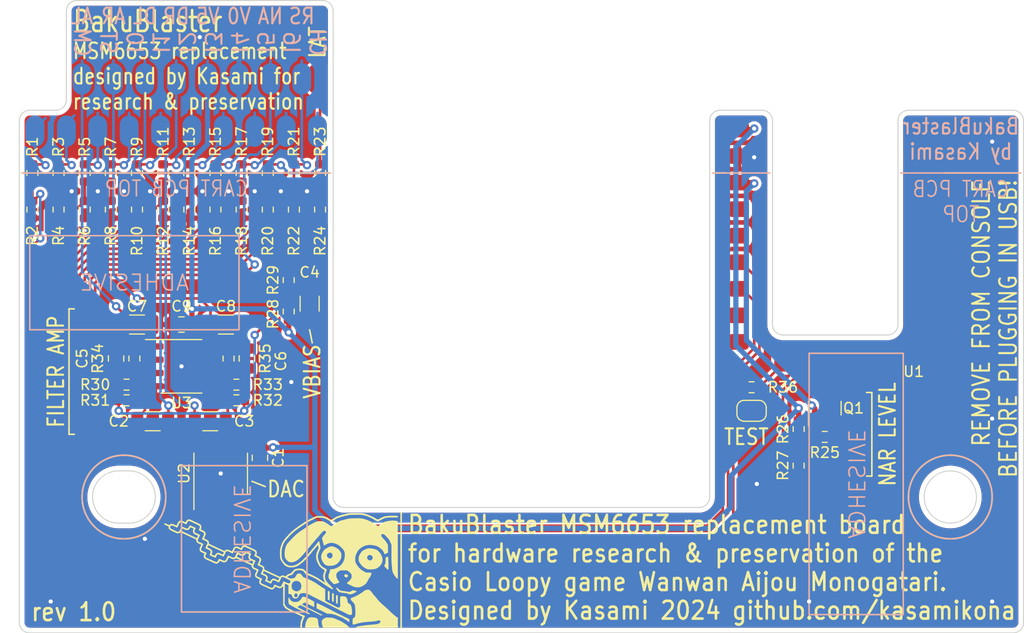
<source format=kicad_pcb>
(kicad_pcb (version 20221018) (generator pcbnew)
  (layers (0 "F.Cu" signal) (31 "B.Cu" signal) (34 "B.Paste" user) (35 "F.Paste" user) (36 "B.SilkS" user "B.Silkscreen") (37 "F.SilkS" user "F.Silkscreen") (38 "B.Mask" user) (39 "F.Mask" user) (44 "Edge.Cuts" user))
  (net 0 "")
  (net 1 "GND")
  (net 2 "+5V")
  (net 3 "Net-(U2-LCH)")
  (net 4 "Net-(U3A-+)")
  (net 5 "Net-(U2-RCH)")
  (net 6 "Net-(U3B-+)")
  (net 7 "Net-(C5-Pad1)")
  (net 8 "Net-(U3A--)")
  (net 9 "Net-(U3B--)")
  (net 10 "Net-(C6-Pad2)")
  (net 11 "Net-(C7-Pad2)")
  (net 12 "Net-(C8-Pad2)")
  (net 13 "+3V3")
  (net 14 "/NAR")
  (net 15 "/NAR3")
  (net 16 "/I0")
  (net 17 "/I1")
  (net 18 "Net-(R5-Pad1)")
  (net 19 "/I2")
  (net 20 "Net-(R7-Pad1)")
  (net 21 "/I3")
  (net 22 "Net-(R9-Pad1)")
  (net 23 "/I4")
  (net 24 "Net-(R11-Pad1)")
  (net 25 "/I5")
  (net 26 "Net-(R13-Pad1)")
  (net 27 "/I6")
  (net 28 "/CH")
  (net 29 "/ST")
  (net 30 "/CMD")
  (net 31 "/RST")
  (net 32 "Net-(R23-Pad1)")
  (net 33 "/ALAT")
  (net 35 "/DA_DIN")
  (net 36 "/DA_BCK")
  (net 37 "/DA_WS")
  (net 40 "Net-(R15-Pad1)")
  (net 41 "Net-(R17-Pad1)")
  (net 42 "/VBIAS")
  (net 43 "Net-(JP1-A)")
  (net 44 "/TEST")
  (footprint "Resistor_SMD:R_0603_1608Metric" (layer "F.Cu") (at 28.75 30.5 -90)
    (fp_text reference "R11")
    (fp_text value "1K")
  )
  (footprint "Resistor_SMD:R_0603_1608Metric" (layer "F.Cu") (at 26.25 34 -90)
    (fp_text reference "R10")
    (fp_text value "2K2")
  )
  (footprint "Resistor_SMD:R_0603_1608Metric" (layer "F.Cu") (at 31.25 34 -90)
    (fp_text reference "R14")
    (fp_text value "2K2")
  )
  (footprint "Resistor_SMD:R_0603_1608Metric" (layer "F.Cu") (at 40.75 40.75 90)
    (fp_text reference "R29")
    (fp_text value "1K")
  )
  (footprint "Resistor_SMD:R_0603_1608Metric" (layer "F.Cu") (at 25.25 52.25 180)
    (fp_text reference "R31")
    (fp_text value "22K")
  )
  (footprint "Resistor_SMD:R_0603_1608Metric" (layer "F.Cu") (at 33.75 30.5 -90)
    (fp_text reference "R15")
    (fp_text value "1K")
  )
  (footprint "Resistor_SMD:R_0603_1608Metric" (layer "F.Cu") (at 89.5 55 -90)
    (fp_text reference "R26")
    (fp_text value "2K2")
  )
  (footprint "Resistor_SMD:R_0603_1608Metric" (layer "F.Cu") (at 31.25 30.5 -90)
    (fp_text reference "R13")
    (fp_text value "1K")
  )
  (footprint "Resistor_SMD:R_0603_1608Metric" (layer "F.Cu") (at 33.75 34 -90)
    (fp_text reference "R16")
    (fp_text value "2K2")
  )
  (footprint "Capacitor_SMD:C_1206_3216Metric" (layer "F.Cu") (at 34.75 45 180)
    (fp_text reference "C8")
    (fp_text value "1u")
  )
  (footprint "Resistor_SMD:R_0603_1608Metric" (layer "F.Cu") (at 16.25 30.5 -90)
    (fp_text reference "R1")
    (fp_text value "1K")
  )
  (footprint "Package_TO_SOT_SMD:SOT-23" (layer "F.Cu") (at 92 53 90)
    (fp_text reference "Q1")
    (fp_text value "BSS138")
  )
  (footprint "Resistor_SMD:R_0603_1608Metric" (layer "F.Cu") (at 41.25 30.5 -90)
    (fp_text reference "R21")
    (fp_text value "1K")
  )
  (footprint "Resistor_SMD:R_0603_1608Metric" (layer "F.Cu") (at 38.75 34 -90)
    (fp_text reference "R20")
    (fp_text value "4K7")
  )
  (footprint "Resistor_SMD:R_0603_1608Metric" (layer "F.Cu") (at 92 55.75)
    (fp_text reference "R25")
    (fp_text value "2K2")
  )
  (footprint "Resistor_SMD:R_0603_1608Metric" (layer "F.Cu") (at 36.25 30.5 -90)
    (fp_text reference "R17")
    (fp_text value "1K")
  )
  (footprint "Resistor_SMD:R_0603_1608Metric" (layer "F.Cu") (at 38.75 30.5 -90)
    (fp_text reference "R19")
    (fp_text value "1K")
  )
  (footprint "Capacitor_SMD:C_1206_3216Metric" (layer "F.Cu") (at 33.25 54.25)
    (fp_text reference "C3")
    (fp_text value "1u")
  )
  (footprint "Resistor_SMD:R_0603_1608Metric" (layer "F.Cu") (at 23.75 34 -90)
    (fp_text reference "R8")
    (fp_text value "2K2")
  )
  (footprint "Resistor_SMD:R_0603_1608Metric" (layer "F.Cu") (at 41.25 34 -90)
    (fp_text reference "R22")
    (fp_text value "4K7")
  )
  (footprint "Capacitor_SMD:C_0805_2012Metric" (layer "F.Cu") (at 36.75 48.25 90)
    (fp_text reference "C6")
    (fp_text value "1n2")
  )
  (footprint "Resistor_SMD:R_0603_1608Metric" (layer "F.Cu") (at 28.75 34 -90)
    (fp_text reference "R12")
    (fp_text value "2K2")
  )
  (footprint "project-parts:Wanwan-Blaster-Logo" (layer "F.Cu") (at 40 68.5)
    (fp_text reference "G***" hide)
    (fp_text value "LOGO" hide)
  )
  (footprint "Resistor_SMD:R_0603_1608Metric" (layer "F.Cu") (at 43.75 34 -90)
    (fp_text reference "R24")
    (fp_text value "2K2")
  )
  (footprint "Resistor_SMD:R_0603_1608Metric" (layer "F.Cu") (at 35 48.25 90)
    (fp_text reference "R35")
    (fp_text value "22K")
  )
  (footprint "Capacitor_SMD:C_1206_3216Metric" (layer "F.Cu") (at 27.75 54.25 180)
    (fp_text reference "C2")
    (fp_text value "1u")
  )
  (footprint "Resistor_SMD:R_0603_1608Metric" (layer "F.Cu") (at 26 48.25 -90)
    (fp_text reference "R34")
    (fp_text value "22K")
  )
  (footprint "Package_SO:SO-8_3.9x4.9mm_P1.27mm" (layer "F.Cu") (at 30.5 49)
    (fp_text reference "U3")
    (fp_text value "TLV2372")
  )
  (footprint "Resistor_SMD:R_0603_1608Metric" (layer "F.Cu") (at 85 51 180)
    (fp_text reference "R36")
    (fp_text value "1K")
  )
  (footprint "Capacitor_SMD:C_0805_2012Metric" (layer "F.Cu") (at 30.5 45 180)
    (fp_text reference "C9")
    (fp_text value "100n")
  )
  (footprint "Capacitor_SMD:C_1206_3216Metric" (layer "F.Cu") (at 26.25 45 180)
    (fp_text reference "C7")
    (fp_text value "1u")
  )
  (footprint "Jumper:SolderJumper-2_P1.3mm_Open_RoundedPad1.0x1.5mm" (layer "F.Cu") (at 85 53.25)
    (fp_text reference "JP1" hide)
    (fp_text value "TEST")
  )
  (footprint "Resistor_SMD:R_0603_1608Metric" (layer "F.Cu") (at 16.25 34 -90)
    (fp_text reference "R2")
    (fp_text value "4K7")
  )
  (footprint "Capacitor_SMD:C_1206_3216Metric" (layer "F.Cu") (at 42.75 43 90)
    (fp_text reference "C4")
    (fp_text value "10u")
  )
  (footprint "Resistor_SMD:R_0603_1608Metric" (layer "F.Cu") (at 18.75 34 -90)
    (fp_text reference "R4")
    (fp_text value "4K7")
  )
  (footprint "Resistor_SMD:R_0603_1608Metric" (layer "F.Cu") (at 43.75 30.5 -90)
    (fp_text reference "R23")
    (fp_text value "1K")
  )
  (footprint "Resistor_SMD:R_0603_1608Metric" (layer "F.Cu") (at 36.25 34 -90)
    (fp_text reference "R18")
    (fp_text value "2K2")
  )
  (footprint "Resistor_SMD:R_0603_1608Metric" (layer "F.Cu") (at 40.75 43.75 90)
    (fp_text reference "R28")
    (fp_text value "1K")
  )
  (footprint "Resistor_SMD:R_0603_1608Metric" (layer "F.Cu") (at 18.75 30.5 -90)
    (fp_text reference "R3")
    (fp_text value "1K")
  )
  (footprint "Capacitor_SMD:C_0805_2012Metric" (layer "F.Cu") (at 24.25 48.25 -90)
    (fp_text reference "C5")
    (fp_text value "1n2")
  )
  (footprint "Package_SO:SO-8_3.9x4.9mm_P1.27mm" (layer "F.Cu") (at 34.25 59.25 90)
    (fp_text reference "U2")
    (fp_text value "PT8211")
  )
  (footprint "Resistor_SMD:R_0603_1608Metric" (layer "F.Cu") (at 89.5 58.5 90)
    (fp_text reference "R27")
    (fp_text value "1K")
  )
  (footprint "Capacitor_SMD:C_0805_2012Metric" (layer "F.Cu") (at 38 57.75 90)
    (fp_text reference "C1")
    (fp_text value "100n")
  )
  (footprint "Resistor_SMD:R_0603_1608Metric" (layer "F.Cu") (at 21.25 34 -90)
    (fp_text reference "R6")
    (fp_text value "2K2")
  )
  (footprint "Resistor_SMD:R_0603_1608Metric" (layer "F.Cu") (at 26.25 30.5 -90)
    (fp_text reference "R9")
    (fp_text value "1K")
  )
  (footprint "Resistor_SMD:R_0603_1608Metric" (layer "F.Cu") (at 23.75 30.5 -90)
    (fp_text reference "R7")
    (fp_text value "1K")
  )
  (footprint "project-parts:RP2040-Zero" (layer "F.Cu") (at 93 36.5)
    (fp_text reference "U1")
    (fp_text value "RP2040-Zero" hide)
  )
  (footprint "project-parts:Hookup-Pad-Small" (layer "F.Cu") (at 43.5 21.5 -90)
    (fp_text reference "TP19" hide)
    (fp_text value "ALAT")
  )
  (footprint "Resistor_SMD:R_0603_1608Metric" (layer "F.Cu") (at 35.75 52.25 180)
    (fp_text reference "R32")
    (fp_text value "22K")
  )
  (footprint "Resistor_SMD:R_0603_1608Metric" (layer "F.Cu") (at 25.25 50.75 180)
    (fp_text reference "R30")
    (fp_text value "22K")
  )
  (footprint "Resistor_SMD:R_0603_1608Metric" (layer "F.Cu") (at 35.75 50.75 180)
    (fp_text reference "R33")
    (fp_text value "22K")
  )
  (footprint "Resistor_SMD:R_0603_1608Metric" (layer "F.Cu") (at 21.25 30.5 -90)
    (fp_text reference "R5")
    (fp_text value "1K")
  )
  (footprint "project-parts:Hookup-Pad-Small" (layer "B.Cu") (at 19.5 26.5 90)
    (fp_text reference "TP2" hide)
    (fp_text value "ST")
  )
  (footprint "project-parts:Hookup-Pad-Small" (layer "B.Cu") (at 30 21.5 90)
    (fp_text reference "TP15" hide)
    (fp_text value "DACR")
  )
  (footprint "project-parts:Hookup-Pad-Small" (layer "B.Cu") (at 34.5 26.5 90)
    (fp_text reference "TP7" hide)
    (fp_text value "I4")
  )
  (footprint "project-parts:Hookup-Pad-Small" (layer "B.Cu") (at 28.5 26.5 90)
    (fp_text reference "TP5" hide)
    (fp_text value "I2")
  )
  (footprint "project-parts:Hookup-Pad-Small" (layer "B.Cu") (at 37.5 26.5 90)
    (fp_text reference "TP8" hide)
    (fp_text value "I5")
  )
  (footprint "project-parts:Hookup-Pad-Small" (layer "B.Cu") (at 27 21.5 90)
    (fp_text reference "TP16" hide)
    (fp_text value "DACL")
  )
  (footprint "project-parts:Hookup-Pad-Small" (layer "B.Cu") (at 36 21.5 90)
    (fp_text reference "TP13" hide)
    (fp_text value "GND")
  )
  (footprint "project-parts:Hookup-Pad-Small" (layer "B.Cu") (at 42 21.5 90)
    (fp_text reference "TP11" hide)
    (fp_text value "RST")
  )
  (footprint "project-parts:Hookup-Pad-Small" (layer "B.Cu") (at 16.5 26.5 90)
    (fp_text reference "TP1" hide)
    (fp_text value "CMD")
  )
  (footprint "project-parts:Hookup-Pad-Small" (layer "B.Cu") (at 33 21.5 90)
    (fp_text reference "TP14" hide)
    (fp_text value "VDD")
  )
  (footprint "project-parts:Hookup-Pad-Small" (layer "B.Cu") (at 31.5 26.5 90)
    (fp_text reference "TP6" hide)
    (fp_text value "I3")
  )
  (footprint "project-parts:Hookup-Pad-Small" (layer "B.Cu") (at 40.5 26.5 90)
    (fp_text reference "TP9" hide)
    (fp_text value "I6")
  )
  (footprint "project-parts:Hookup-Pad-Small" (layer "B.Cu") (at 24 21.5 90)
    (fp_text reference "TP17" hide)
    (fp_text value "AMPR")
  )
  (footprint "project-parts:Hookup-Pad-Small" (layer "B.Cu") (at 22.5 26.5 90)
    (fp_text reference "TP3" hide)
    (fp_text value "I0")
  )
  (footprint "project-parts:Hookup-Pad-Small" (layer "B.Cu") (at 43.5 26.5 90)
    (fp_text reference "TP10" hide)
    (fp_text value "CH")
  )
  (footprint "project-parts:Hookup-Pad-Small" (layer "B.Cu") (at 25.5 26.5 90)
    (fp_text reference "TP4" hide)
    (fp_text value "I1")
  )
  (footprint "project-parts:Hookup-Pad-Small" (layer "B.Cu") (at 39 21.5 90)
    (fp_text reference "TP12" hide)
    (fp_text value "NAR")
  )
  (footprint "project-parts:Hookup-Pad-Small" (layer "B.Cu") (at 21 21.5 90)
    (fp_text reference "TP18" hide)
    (fp_text value "AMPL")
  )
  (gr_rect (start 30.5 58.5) (end 42.5 72.5) (stroke (width 0.15)) (fill none) (layer "B.SilkS"))
  (gr_rect (start 90.5 47.75) (end 99.5 72.75) (stroke (width 0.15)) (fill none) (layer "B.SilkS"))
  (gr_circle (center 25 61.5) (end 21 61.5) (stroke (width 0.15)) (fill none) (layer "B.SilkS"))
  (gr_rect (start 16 36.5) (end 36 45.5) (stroke (width 0.15)) (fill none) (layer "B.SilkS"))
  (gr_line (start 81.25 30.5) (end 86.75 30.5) (stroke (width 0.15)) (layer "B.SilkS"))
  (gr_line (start 15.25 30.5) (end 44.75 30.5) (stroke (width 0.15)) (layer "B.SilkS"))
  (gr_circle (center 104 61.5) (end 100 61.5) (stroke (width 0.15)) (fill none) (layer "B.SilkS"))
  (gr_line (start 99.25 30.5) (end 110.75 30.5) (stroke (width 0.15)) (layer "B.SilkS"))
  (gr_line (start 81.25 30.5) (end 82.5 30.5) (stroke (width 0.15)) (layer "F.SilkS"))
  (gr_circle (center 104 61.5) (end 108 61.5) (stroke (width 0.15)) (fill none) (layer "F.SilkS"))
  (gr_line (start 41.7725 30.5) (end 44.75 30.5) (stroke (width 0.15)) (layer "F.SilkS"))
  (gr_line (start 37.25 60) (end 38.5 60.5) (stroke (width 0.15)) (layer "F.SilkS"))
  (gr_line (start 20.25 43.5) (end 19.75 43.5) (stroke (width 0.15)) (layer "F.SilkS"))
  (gr_line (start 15.25 30.5) (end 15.7275 30.5) (stroke (width 0.15)) (layer "F.SilkS"))
  (gr_line (start 42.75 45.5) (end 43 46.75) (stroke (width 0.15)) (layer "F.SilkS"))
  (gr_line (start 96.5 51.5) (end 96 51.5) (stroke (width 0.15)) (layer "F.SilkS"))
  (gr_line (start 19.2725 30.5) (end 38.2275 30.5) (stroke (width 0.15)) (layer "F.SilkS"))
  (gr_circle (center 25 61.5) (end 29 61.5) (stroke (width 0.15)) (fill none) (layer "F.SilkS"))
  (gr_line (start 103.5 30.5) (end 110.75 30.5) (stroke (width 0.15)) (layer "F.SilkS"))
  (gr_line (start 96.5 59.5) (end 96.5 51.5) (stroke (width 0.15)) (layer "F.SilkS"))
  (gr_line (start 39.2725 30.5) (end 40.7275 30.5) (stroke (width 0.15)) (layer "F.SilkS"))
  (gr_line (start 16.7725 30.5) (end 18.2275 30.5) (stroke (width 0.15)) (layer "F.SilkS"))
  (gr_line (start 19.75 55.5) (end 20.25 55.5) (stroke (width 0.15)) (layer "F.SilkS"))
  (gr_line (start 96 59.5) (end 96.5 59.5) (stroke (width 0.15)) (layer "F.SilkS"))
  (gr_line (start 19.75 43.5) (end 19.75 55.5) (stroke (width 0.15)) (layer "F.SilkS"))
  (gr_line (start 51.5 74) (end 51.5 63) (stroke (width 0.15)) (layer "F.SilkS"))
  (gr_line (start 46 62.5) (end 80 62.5) (stroke (width 0.1)) (layer "Edge.Cuts"))
  (gr_line (start 110 74.5) (end 16 74.5) (stroke (width 0.1)) (layer "Edge.Cuts"))
  (gr_line (start 81 61.5) (end 81 25.5) (stroke (width 0.1)) (layer "Edge.Cuts"))
  (gr_arc (start 19.5 15) (mid 19.792893 14.292893) (end 20.5 14) (stroke (width 0.1)) (layer "Edge.Cuts"))
  (gr_arc (start 110 24.5) (mid 110.707107 24.792893) (end 111 25.5) (stroke (width 0.1)) (layer "Edge.Cuts"))
  (gr_arc (start 99 25.5) (mid 99.292893 24.792893) (end 100 24.5) (stroke (width 0.1)) (layer "Edge.Cuts"))
  (gr_line (start 86 24.5) (end 82 24.5) (stroke (width 0.1)) (layer "Edge.Cuts"))
  (gr_line (start 99 25.5) (end 99 45) (stroke (width 0.1)) (layer "Edge.Cuts"))
  (gr_arc (start 88 46) (mid 87.292893 45.707107) (end 87 45) (stroke (width 0.1)) (layer "Edge.Cuts"))
  (gr_arc (start 24.5 64) (mid 22 61.5) (end 24.5 59) (stroke (width 0.1)) (layer "Edge.Cuts"))
  (gr_line (start 100 24.5) (end 110 24.5) (stroke (width 0.1)) (layer "Edge.Cuts"))
  (gr_arc (start 81 61.5) (mid 80.707107 62.207107) (end 80 62.5) (stroke (width 0.1)) (layer "Edge.Cuts"))
  (gr_line (start 19.5 23.5) (end 19.5 15) (stroke (width 0.1)) (layer "Edge.Cuts"))
  (gr_line (start 111 73.5) (end 111 25.5) (stroke (width 0.1)) (layer "Edge.Cuts"))
  (gr_line (start 24.5 59) (end 25.5 59) (stroke (width 0.1)) (layer "Edge.Cuts"))
  (gr_arc (start 16 74.5) (mid 15.292893 74.207107) (end 15 73.5) (stroke (width 0.1)) (layer "Edge.Cuts"))
  (gr_arc (start 44 14) (mid 44.707107 14.292893) (end 45 15) (stroke (width 0.1)) (layer "Edge.Cuts"))
  (gr_line (start 24.5 64) (end 25.5 64) (stroke (width 0.1)) (layer "Edge.Cuts"))
  (gr_arc (start 15 25.5) (mid 15.292893 24.792893) (end 16 24.5) (stroke (width 0.1)) (layer "Edge.Cuts"))
  (gr_arc (start 111 73.5) (mid 110.707107 74.207107) (end 110 74.5) (stroke (width 0.1)) (layer "Edge.Cuts"))
  (gr_arc (start 25.5 59) (mid 28 61.5) (end 25.5 64) (stroke (width 0.1)) (layer "Edge.Cuts"))
  (gr_arc (start 99 45) (mid 98.707107 45.707107) (end 98 46) (stroke (width 0.1)) (layer "Edge.Cuts"))
  (gr_arc (start 19.5 23.5) (mid 19.207107 24.207107) (end 18.5 24.5) (stroke (width 0.1)) (layer "Edge.Cuts"))
  (gr_line (start 98 46) (end 88 46) (stroke (width 0.1)) (layer "Edge.Cuts"))
  (gr_circle (center 104 61.5) (end 104 59) (stroke (width 0.1)) (fill none) (layer "Edge.Cuts"))
  (gr_line (start 15 73.5) (end 15 25.5) (stroke (width 0.1)) (layer "Edge.Cuts"))
  (gr_arc (start 46 62.5) (mid 45.292893 62.207107) (end 45 61.5) (stroke (width 0.1)) (layer "Edge.Cuts"))
  (gr_line (start 45 61.5) (end 45 15) (stroke (width 0.1)) (layer "Edge.Cuts"))
  (gr_line (start 20.5 14) (end 44 14) (stroke (width 0.1)) (layer "Edge.Cuts"))
  (gr_line (start 16 24.5) (end 18.5 24.5) (stroke (width 0.1)) (layer "Edge.Cuts"))
  (gr_arc (start 81 25.5) (mid 81.292893 24.792893) (end 82 24.5) (stroke (width 0.1)) (layer "Edge.Cuts"))
  (gr_line (start 87 25.5) (end 87 45) (stroke (width 0.1)) (layer "Edge.Cuts"))
  (gr_arc (start 86 24.5) (mid 86.707107 24.792893) (end 87 25.5) (stroke (width 0.1)) (layer "Edge.Cuts"))
  (gr_text "CM" (at 21 18 -90) (layer "B.SilkS") (effects (font (size 1.5 1.25) (thickness 0.2)) (justify mirror)))
  (gr_text "ADHESIVE" (at 26 41) (layer "B.SilkS") (effects (font (size 1.5 1.5)) (justify mirror)))
  (gr_text "DR" (at 30 15.5) (layer "B.SilkS") (effects (font (size 1.5 1.25) (thickness 0.2)) (justify mirror)))
  (gr_text "ST" (at 23.5 18 -90) (layer "B.SilkS") (effects (font (size 1.5 1.25) (thickness 0.2)) (justify mirror)))
  (gr_text "I2" (at 31 18 -90) (layer "B.SilkS") (effects (font (size 1.5 1.5) (thickness 0.2)) (justify mirror)))
  (gr_text "I1" (at 28.5 18 -90) (layer "B.SilkS") (effects (font (size 1.5 1.5) (thickness 0.2)) (justify mirror)))
  (gr_text "AR" (at 24 15.5) (layer "B.SilkS") (effects (font (size 1.5 1.25) (thickness 0.2)) (justify mirror)))
  (gr_text "V5" (at 33 15.5) (layer "B.SilkS") (effects (font (size 1.5 1.25) (thickness 0.2)) (justify mirror)))
  (gr_text "BakuBlaster\nby Kasami" (at 105 27.25) (layer "B.SilkS") (effects (font (size 1.5 1.25) (thickness 0.2)) (justify mirror)))
  (gr_text "I3" (at 33.5 18 -90) (layer "B.SilkS") (effects (font (size 1.5 1.5) (thickness 0.2)) (justify mirror)))
  (gr_text "ADHESIVE" (at 36.25 65.5 270) (layer "B.SilkS") (effects (font (size 1.5 1.5)) (justify mirror)))
  (gr_text "AL" (at 21 15.5) (layer "B.SilkS") (effects (font (size 1.5 1.25) (thickness 0.2)) (justify mirror)))
  (gr_text "I0" (at 26 18 -90) (layer "B.SilkS") (effects (font (size 1.5 1.5) (thickness 0.2)) (justify mirror)))
  (gr_text "V0" (at 36 15.5) (layer "B.SilkS") (effects (font (size 1.5 1.25) (thickness 0.2)) (justify mirror)))
  (gr_text "CART PCB TOP" (at 30 32) (layer "B.SilkS") (effects (font (size 1.5 1.25)) (justify mirror)))
  (gr_text "ADHESIVE" (at 95 60.25 270) (layer "B.SilkS") (effects (font (size 1.5 1.5)) (justify mirror)))
  (gr_text "NA" (at 39 15.5) (layer "B.SilkS") (effects (font (size 1.5 1.25) (thickness 0.2)) (justify mirror)))
  (gr_text "DL" (at 27 15.5) (layer "B.SilkS") (effects (font (size 1.5 1.25) (thickness 0.2)) (justify mirror)))
  (gr_text "I4" (at 36 18 -90) (layer "B.SilkS") (effects (font (size 1.5 1.5) (thickness 0.2)) (justify mirror)))
  (gr_text "CART PCB\nTOP" (at 105 33.25) (layer "B.SilkS") (effects (font (size 1.5 1.25)) (justify mirror)))
  (gr_text "RS" (at 42 15.5) (layer "B.SilkS") (effects (font (size 1.5 1.25) (thickness 0.2)) (justify mirror)))
  (gr_text "CH" (at 43.5 18 -90) (layer "B.SilkS") (effects (font (size 1.5 1.25) (thickness 0.2)) (justify mirror)))
  (gr_text "I5" (at 38.5 18 -90) (layer "B.SilkS") (effects (font (size 1.5 1.5) (thickness 0.2)) (justify mirror)))
  (gr_text "I6" (at 41 18 -90) (layer "B.SilkS") (effects (font (size 1.5 1.5) (thickness 0.2)) (justify mirror)))
  (gr_text "REMOVE FROM CONSOLE\nBEFORE PLUGGING IN USB!" (at 108.25 31 90) (layer "F.SilkS") (effects (font (size 1.6 1.4) (thickness 0.2)) (justify right)))
  (gr_text "LAT" (at 43.5 18 90) (layer "F.SilkS") (effects (font (size 1.5 1.25) (thickness 0.2))))
  (gr_text "NAR LEVEL" (at 98 55.5 90) (layer "F.SilkS") (effects (font (size 1.5 1.25) (thickness 0.2))))
  (gr_text "BakuBlaster" (at 20 16) (layer "F.SilkS") (effects (font (size 2 1.6) (thickness 0.25)) (justify left)))
  (gr_text "TEST" (at 84.5 55.75) (layer "F.SilkS") (effects (font (size 1.5 1.25) (thickness 0.2))))
  (gr_text "MSM6653 replacement\ndesigned by Kasami for\nresearch & preservation" (at 20 21.25) (layer "F.SilkS") (effects (font (size 1.5 1.2) (thickness 0.2) bold) (justify left)))
  (gr_text "BakuBlaster MSM6653 replacement board\nfor hardware research & preservation of the\nCasio Loopy game Wanwan Aijou Monogatari.\nDesigned by Kasami 2024 github.com/kasamikona" (at 52 68.25) (layer "F.SilkS") (effects (font (size 1.7 1.5) (thickness 0.25)) (justify left)))
  (gr_text "VBIAS" (at 43 49.5 90) (layer "F.SilkS") (effects (font (size 1.5 1.25) (thickness 0.2))))
  (gr_text "rev 1.0" (at 16 72.5) (layer "F.SilkS") (effects (font (size 1.7 1.5) (thickness 0.25)) (justify left)))
  (gr_text "FILTER AMP" (at 18.5 49.5 90) (layer "F.SilkS") (effects (font (size 1.5 1.25) (thickness 0.2))))
  (gr_text "DAC" (at 40.5 60.75) (layer "F.SilkS") (effects (font (size 1.5 1.25) (thickness 0.2))))
  (via (at 41 50.5) (size 0.8) (drill 0.4) (layers "F.Cu" "B.Cu") (net 1))
  (via (at 42.5 32.25) (size 0.8) (drill 0.4) (layers "F.Cu" "B.Cu") (net 1))
  (via (at 40 32.25) (size 0.8) (drill 0.4) (layers "F.Cu" "B.Cu") (net 1))
  (via (at 34.25 59.25) (size 0.8) (drill 0.4) (layers "F.Cu" "B.Cu") (net 1))
  (via (at 25 32.25) (size 0.8) (drill 0.4) (layers "F.Cu" "B.Cu") (net 1))
  (via (at 22.5 32.25) (size 0.8) (drill 0.4) (layers "F.Cu" "B.Cu") (net 1))
  (via (at 85.5 60.25) (size 0.8) (drill 0.4) (layers "F.Cu" "B.Cu") (net 1))
  (via (at 18 71.5) (size 0.8) (drill 0.4) (layers "F.Cu" "B.Cu") (net 1))
  (via (at 27.5 32.25) (size 0.8) (drill 0.4) (layers "F.Cu" "B.Cu") (net 1))
  (via (at 108 54) (size 0.8) (drill 0.4) (layers "F.Cu" "B.Cu") (net 1))
  (via (at 85.25 29) (size 0.8) (drill 0.4) (layers "F.Cu" "B.Cu") (net 1))
  (via (at 32.25 17.5) (size 0.8) (drill 0.4) (layers "F.Cu" "B.Cu") (net 1))
  (via (at 30.5 49) (size 0.8) (drill 0.4) (layers "F.Cu" "B.Cu") (net 1))
  (via (at 32.5 32.25) (size 0.8) (drill 0.4) (layers "F.Cu" "B.Cu") (net 1))
  (via (at 20 32.25) (size 0.8) (drill 0.4) (layers "F.Cu" "B.Cu") (net 1))
  (via (at 27 65.5) (size 0.8) (drill 0.4) (layers "F.Cu" "B.Cu") (net 1))
  (via (at 30 32.25) (size 0.8) (drill 0.4) (layers "F.Cu" "B.Cu") (net 1))
  (via (at 37.5 32.25) (size 0.8) (drill 0.4) (layers "F.Cu" "B.Cu") (net 1))
  (via (at 90.5 71.5) (size 0.8) (drill 0.4) (layers "F.Cu" "B.Cu") (net 1))
  (via (at 108 27.5) (size 0.8) (drill 0.4) (layers "F.Cu" "B.Cu") (net 1))
  (via (at 35 32.25) (size 0.8) (drill 0.4) (layers "F.Cu" "B.Cu") (net 1))
  (via (at 108 71.5) (size 0.8) (drill 0.4) (layers "F.Cu" "B.Cu") (net 1))
  (segment (start 32.095 47.095) (end 31.45 46.45) (width 0.5) (layer "F.Cu") (net 2))
  (segment (start 33.075 47.095) (end 32.095 47.095) (width 0.5) (layer "F.Cu") (net 2))
  (segment (start 84 26.34) (end 85.16 26.34) (width 0.5) (layer "F.Cu") (net 2))
  (segment (start 38 56.8) (end 39.2 56.8) (width 0.5) (layer "F.Cu") (net 2))
  (segment (start 36.28 56.8) (end 36.155 56.675) (width 0.5) (layer "F.Cu") (net 2))
  (segment (start 39.2 56.8) (end 39.25 56.75) (width 0.5) (layer "F.Cu") (net 2))
  (segment (start 31.5 43.5) (end 31.5 44.95) (width 0.5) (layer "F.Cu") (net 2))
  (segment (start 85.16 26.34) (end 85.25 26.25) (width 0.5) (layer "F.Cu") (net 2))
  (segment (start 31.5 44.95) (end 31.45 45) (width 0.5) (layer "F.Cu") (net 2))
  (segment (start 38 56.8) (end 36.28 56.8) (width 0.5) (layer "F.Cu") (net 2))
  (segment (start 89.5 54.175) (end 89.5 53) (width 0.5) (layer "F.Cu") (net 2))
  (segment (start 31.45 46.45) (end 31.45 45) (width 0.5) (layer "F.Cu") (net 2))
  (segment (start 40.75 44.575) (end 40.75 45.75) (width 0.5) (layer "F.Cu") (net 2))
  (via (at 31.5 43.5) (size 0.8) (drill 0.4) (layers "F.Cu" "B.Cu") (net 2))
  (via (at 40.75 45.75) (size 0.8) (drill 0.4) (layers "F.Cu" "B.Cu") (net 2))
  (via (at 39.25 56.75) (size 0.8) (drill 0.4) (layers "F.Cu" "B.Cu") (net 2))
  (via (at 85.25 26.25) (size 0.8) (drill 0.4) (layers "F.Cu" "B.Cu") (net 2))
  (via (at 89.5 53) (size 0.8) (drill 0.4) (layers "F.Cu" "B.Cu") (net 2))
  (segment (start 45 64.5) (end 43.25 62.75) (width 0.5) (layer "B.Cu") (net 2))
  (segment (start 83 59.5) (end 83 62.5) (width 0.5) (layer "B.Cu") (net 2))
  (segment (start 40.75 45.75) (end 38.5 43.5) (width 0.5) (layer "B.Cu") (net 2))
  (segment (start 83.5 47) (end 83.5 28) (width 0.5) (layer "B.Cu") (net 2))
  (segment (start 40.75 45.75) (end 43.25 48.25) (width 0.5) (layer "B.Cu") (net 2))
  (segment (start 43.25 62.75) (end 43.25 56.75) (width 0.5) (layer "B.Cu") (net 2))
  (segment (start 89.5 53) (end 83.5 47) (width 0.5) (layer "B.Cu") (net 2))
  (segment (start 33 27.75) (end 31.5 29.25) (width 0.5) (layer "B.Cu") (net 2))
  (segment (start 81 64.5) (end 45 64.5) (width 0.5) (layer "B.Cu") (net 2))
  (segment (start 43.25 48.25) (end 43.25 56.75) (width 0.5) (layer "B.Cu") (net 2))
  (segment (start 33 21.5) (end 33 19.75) (width 0.25) (layer "B.Cu") (net 2))
  (segment (start 39.25 56.75) (end 43.25 56.75) (width 0.5) (layer "B.Cu") (net 2))
  (segment (start 38.5 43.5) (end 31.5 43.5) (width 0.5) (layer "B.Cu") (net 2))
  (segment (start 83.5 28) (end 85.25 26.25) (width 0.5) (layer "B.Cu") (net 2))
  (segment (start 33 21.5) (end 33 27.75) (width 0.5) (layer "B.Cu") (net 2))
  (segment (start 31.5 29.25) (end 31.5 43.5) (width 0.5) (layer "B.Cu") (net 2))
  (segment (start 83 62.5) (end 81 64.5) (width 0.5) (layer "B.Cu") (net 2))
  (segment (start 89.5 53) (end 83 59.5) (width 0.5) (layer "B.Cu") (net 2))
  (segment (start 34.885 57.615) (end 34.5 58) (width 0.25) (layer "F.Cu") (net 3))
  (segment (start 31.75 58) (end 29.225 55.475) (width 0.25) (layer "F.Cu") (net 3))
  (segment (start 34.885 56.675) (end 34.885 57.615) (width 0.25) (layer "F.Cu") (net 3))
  (segment (start 29.25 54.225) (end 29.225 54.25) (width 0.25) (layer "F.Cu") (net 3))
  (segment (start 29.225 55.475) (end 29.225 54.25) (width 0.25) (layer "F.Cu") (net 3))
  (segment (start 34.5 58) (end 31.75 58) (width 0.25) (layer "F.Cu") (net 3))
  (segment (start 29.25 52.75) (end 29.25 54.225) (width 0.25) (layer "F.Cu") (net 3))
  (via (at 29.25 52.75) (size 0.8) (drill 0.4) (layers "F.Cu" "B.Cu") (net 3))
  (segment (start 27 29) (end 26.5 29.5) (width 0.25) (layer "B.Cu") (net 3))
  (segment (start 26.5 29.5) (end 26.5 30) (width 0.25) (layer "B.Cu") (net 3))
  (segment (start 27 21.5) (end 27 29) (width 0.25) (layer "B.Cu") (net 3))
  (segment (start 28.5 32) (end 28.5 52) (width 0.25) (layer "B.Cu") (net 3))
  (segment (start 26.5 30) (end 28.5 32) (width 0.25) (layer "B.Cu") (net 3))
  (segment (start 27 21.5) (end 27 19.75) (width 0.25) (layer "B.Cu") (net 3))
  (segment (start 28.5 52) (end 29.25 52.75) (width 0.25) (layer "B.Cu") (net 3))
  (segment (start 26.275 54.25) (end 26.275 53.975) (width 0.25) (layer "F.Cu") (net 4))
  (segment (start 26.275 53.975) (end 27 53.25) (width 0.25) (layer "F.Cu") (net 4))
  (segment (start 26.075 50.75) (end 27.19 49.635) (width 0.25) (layer "F.Cu") (net 4))
  (segment (start 27 53.25) (end 27 53) (width 0.25) (layer "F.Cu") (net 4))
  (segment (start 27 53) (end 27 51.675) (width 0.25) (layer "F.Cu") (net 4))
  (segment (start 27 51.675) (end 26.075 50.75) (width 0.25) (layer "F.Cu") (net 4))
  (segment (start 27.19 49.635) (end 27.925 49.635) (width 0.25) (layer "F.Cu") (net 4))
  (segment (start 31.775 54.25) (end 32.345 54.82) (width 0.25) (layer "F.Cu") (net 5))
  (segment (start 31.75 54.225) (end 31.775 54.25) (width 0.25) (layer "F.Cu") (net 5))
  (segment (start 31.75 52.75) (end 31.75 54.225) (width 0.25) (layer "F.Cu") (net 5))
  (segment (start 32.345 54.82) (end 32.345 56.675) (width 0.25) (layer "F.Cu") (net 5))
  (via (at 31.75 52.75) (size 0.8) (drill 0.4) (layers "F.Cu" "B.Cu") (net 5))
  (segment (start 30 28) (end 29 29) (width 0.25) (layer "B.Cu") (net 5))
  (segment (start 29 51.25) (end 30.5 52.75) (width 0.25) (layer "B.Cu") (net 5))
  (segment (start 30 21.5) (end 30 19.75) (width 0.25) (layer "B.Cu") (net 5))
  (segment (start 30.5 52.75) (end 31.75 52.75) (width 0.25) (layer "B.Cu") (net 5))
  (segment (start 29 29) (end 29 51.25) (width 0.25) (layer "B.Cu") (net 5))
  (segment (start 30 21.5) (end 30 28) (width 0.25) (layer "B.Cu") (net 5))
  (segment (start 34.925 52.25) (end 34.925 54.05) (width 0.25) (layer "F.Cu") (net 6))
  (segment (start 33.075 50.905) (end 33.58 50.905) (width 0.25) (layer "F.Cu") (net 6))
  (segment (start 33.58 50.905) (end 34.925 52.25) (width 0.25) (layer "F.Cu") (net 6))
  (segment (start 34.925 54.05) (end 34.725 54.25) (width 0.25) (layer "F.Cu") (net 6))
  (segment (start 24.375 47.425) (end 24.25 47.3) (width 0.25) (layer "F.Cu") (net 7))
  (segment (start 26.75 47) (end 26.75 45.25) (width 0.25) (layer "F.Cu") (net 7))
  (segment (start 26 47.425) (end 24.375 47.425) (width 0.25) (layer "F.Cu") (net 7))
  (segment (start 26.75 45.25) (end 27 45) (width 0.25) (layer "F.Cu") (net 7))
  (segment (start 27.725 45) (end 27 45) (width 0.25) (layer "F.Cu") (net 7))
  (segment (start 26.75 47) (end 26.425 47) (width 0.25) (layer "F.Cu") (net 7))
  (segment (start 26.845 47.095) (end 26.75 47) (width 0.25) (layer "F.Cu") (net 7))
  (segment (start 26.425 47) (end 26 47.425) (width 0.25) (layer "F.Cu") (net 7))
  (segment (start 27.925 47.095) (end 26.845 47.095) (width 0.25) (layer "F.Cu") (net 7))
  (segment (start 26 49.075) (end 24.375 49.075) (width 0.25) (layer "F.Cu") (net 8))
  (segment (start 25.25 51.425) (end 25.25 49.825) (width 0.25) (layer "F.Cu") (net 8))
  (segment (start 27.925 48.365) (end 26.71 48.365) (width 0.25) (layer "F.Cu") (net 8))
  (segment (start 25.25 49.825) (end 26 49.075) (width 0.25) (layer "F.Cu") (net 8))
  (segment (start 26.075 52.25) (end 25.25 51.425) (width 0.25) (layer "F.Cu") (net 8))
  (segment (start 26.71 48.365) (end 26 49.075) (width 0.25) (layer "F.Cu") (net 8))
  (segment (start 24.375 49.075) (end 24.25 49.2) (width 0.25) (layer "F.Cu") (net 8))
  (segment (start 36.625 49.075) (end 36.75 49.2) (width 0.25) (layer "F.Cu") (net 9))
  (segment (start 34.44 49.635) (end 35 49.075) (width 0.25) (layer "F.Cu") (net 9))
  (segment (start 35 49.075) (end 36.625 49.075) (width 0.25) (layer "F.Cu") (net 9))
  (segment (start 33.075 49.635) (end 34.44 49.635) (width 0.25) (layer "F.Cu") (net 9))
  (segment (start 34.925 50.12) (end 34.44 49.635) (width 0.25) (layer "F.Cu") (net 9))
  (segment (start 34.925 50.75) (end 34.925 50.12) (width 0.25) (layer "F.Cu") (net 9))
  (segment (start 36.225 45) (end 36.225 46.775) (width 0.25) (layer "F.Cu") (net 10))
  (segment (start 34.06 48.365) (end 35 47.425) (width 0.25) (layer "F.Cu") (net 10))
  (segment (start 36.225 46.775) (end 36.75 47.3) (width 0.25) (layer "F.Cu") (net 10))
  (segment (start 35 47.425) (end 36.625 47.425) (width 0.25) (layer "F.Cu") (net 10))
  (segment (start 33.075 48.365) (end 34.06 48.365) (width 0.25) (layer "F.Cu") (net 10))
  (segment (start 36.625 47.425) (end 36.75 47.3) (width 0.25) (layer "F.Cu") (net 10))
  (segment (start 24.775 45) (end 24.775 43.775) (width 0.25) (layer "F.Cu") (net 11))
  (segment (start 24.775 43.775) (end 24.25 43.25) (width 0.25) (layer "F.Cu") (net 11))
  (via (at 24.25 43.25) (size 0.8) (drill 0.4) (layers "F.Cu" "B.Cu") (net 11))
  (segment (start 24.25 43.25) (end 21 40) (width 0.25) (layer "B.Cu") (net 11))
  (segment (start 21 21.5) (end 21 19.75) (width 0.25) (layer "B.Cu") (net 11))
  (segment (start 21 40) (end 21 21.5) (width 0.25) (layer "B.Cu") (net 11))
  (segment (start 26.25 42.5) (end 32.25 42.5) (width 0.25) (layer "F.Cu") (net 12))
  (segment (start 32.25 42.5) (end 33.275 43.525) (width 0.25) (layer "F.Cu") (net 12))
  (segment (start 33.275 43.525) (end 33.275 45) (width 0.25) (layer "F.Cu") (net 12))
  (via (at 26.25 42.5) (size 0.8) (drill 0.4) (layers "F.Cu" "B.Cu") (net 12))
  (segment (start 24 21.5) (end 24 40.25) (width 0.25) (layer "B.Cu") (net 12))
  (segment (start 24 21.5) (end 24 19.75) (width 0.25) (layer "B.Cu") (net 12))
  (segment (start 24 40.25) (end 26.25 42.5) (width 0.25) (layer "B.Cu") (net 12))
  (segment (start 91.05 53.9375) (end 91.05 55.625) (width 0.5) (layer "F.Cu") (net 13))
  (segment (start 91.05 55.625) (end 91.175 55.75) (width 0.5) (layer "F.Cu") (net 13))
  (segment (start 91.05 53.05) (end 90.75 52.75) (width 0.5) (layer "F.Cu") (net 13))
  (segment (start 85.17 31.42) (end 85.25 31.5) (width 0.5) (layer "F.Cu") (net 13))
  (segment (start 91.05 53.9375) (end 91.05 53.05) (width 0.5) (layer "F.Cu") (net 13))
  (segment (start 84 31.42) (end 85.17 31.42) (width 0.5) (layer "F.Cu") (net 13))
  (via (at 90.75 52.75) (size 0.8) (drill 0.4) (layers "F.Cu" "B.Cu") (net 13))
  (via (at 85.25 31.5) (size 0.8) (drill 0.4) (layers "F.Cu" "B.Cu") (net 13))
  (segment (start 90.75 52.75) (end 84.5 46.5) (width 0.5) (layer "B.Cu") (net 13))
  (segment (start 84.5 46.5) (end 84.5 32.25) (width 0.5) (layer "B.Cu") (net 13))
  (segment (start 84.5 32.25) (end 85.25 31.5) (width 0.5) (layer "B.Cu") (net 13))
  (segment (start 88.5 61) (end 88.5 58.675) (width 0.25) (layer "F.Cu") (net 14))
  (segment (start 21.75 40.75) (end 21.75 55) (width 0.25) (layer "F.Cu") (net 14))
  (segment (start 92 56.283883) (end 90.608883 57.675) (width 0.25) (layer "F.Cu") (net 14))
  (segment (start 37.5 39.25) (end 37 39.75) (width 0.25) (layer "F.Cu") (net 14))
  (segment (start 88.5 58.675) (end 89.5 57.675) (width 0.25) (layer "F.Cu") (net 14))
  (segment (start 92 52.0625) (end 92 56.283883) (width 0.25) (layer "F.Cu") (net 14))
  (segment (start 29.75 59.5) (end 29.75 65.75) (width 0.25) (layer "F.Cu") (net 14))
  (segment (start 29.75 65.75) (end 31.25 67.25) (width 0.25) (layer "F.Cu") (net 14))
  (segment (start 31.25 67.25) (end 82.25 67.25) (width 0.25) (layer "F.Cu") (net 14))
  (segment (start 82.25 67.25) (end 88.5 61) (width 0.25) (layer "F.Cu") (net 14))
  (segment (start 89.5 55.825) (end 89.5 57.675) (width 0.25) (layer "F.Cu") (net 14))
  (segment (start 90.608883 57.675) (end 89.5 57.675) (width 0.25) (layer "F.Cu") (net 14))
  (segment (start 37 39.75) (end 22.75 39.75) (width 0.25) (layer "F.Cu") (net 14))
  (segment (start 21.75 55) (end 23.5 56.75) (width 0.25) (layer "F.Cu") (net 14))
  (segment (start 27 56.75) (end 29.75 59.5) (width 0.25) (layer "F.Cu") (net 14))
  (segment (start 23.5 56.75) (end 27 56.75) (width 0.25) (layer "F.Cu") (net 14))
  (segment (start 22.75 39.75) (end 21.75 40.75) (width 0.25) (layer "F.Cu") (net 14))
  (via (at 37.5 39.25) (size 0.8) (drill 0.4) (layers "F.Cu" "B.Cu") (net 14))
  (segment (start 39 21.5) (end 39 19.75) (width 0.25) (layer "B.Cu") (net 14))
  (segment (start 37.75 28.75) (end 37 28.75) (width 0.25) (layer "B.Cu") (net 14))
  (segment (start 37 28.75) (end 36.5 29.25) (width 0.25) (layer "B.Cu") (net 14))
  (segment (start 39 21.5) (end 39 27.5) (width 0.25) (layer "B.Cu") (net 14))
  (segment (start 36.5 29.25) (end 36.5 38.25) (width 0.25) (layer "B.Cu") (net 14))
  (segment (start 39 27.5) (end 37.75 28.75) (width 0.25) (layer "B.Cu") (net 14))
  (segment (start 36.5 38.25) (end 37.5 39.25) (width 0.25) (layer "B.Cu") (net 14))
  (segment (start 92.825 56.675) (end 90.175 59.325) (width 0.25) (layer "F.Cu") (net 15))
  (segment (start 92.95 53.9375) (end 92.95 53.55) (width 0.25) (layer "F.Cu") (net 15))
  (segment (start 92.95 53.9375) (end 92.95 55.625) (width 0.25) (layer "F.Cu") (net 15))
  (segment (start 93 48.25) (end 93 53.8875) (width 0.25) (layer "F.Cu") (net 15))
  (segment (start 92.825 55.75) (end 92.825 56.675) (width 0.25) (layer "F.Cu") (net 15))
  (segment (start 90.175 59.325) (end 89.5 59.325) (width 0.25) (layer "F.Cu") (net 15))
  (segment (start 92.95 55.625) (end 92.825 55.75) (width 0.25) (layer "F.Cu") (net 15))
  (segment (start 93 53.8875) (end 92.95 53.9375) (width 0.25) (layer "F.Cu") (net 15))
  (segment (start 24 71.75) (end 17.25 65) (width 0.25) (layer "F.Cu") (net 16))
  (segment (start 84.5 71.75) (end 24 71.75) (width 0.25) (layer "F.Cu") (net 16))
  (segment (start 21.25 33.175) (end 21.25 31.325) (width 0.25) (layer "F.Cu") (net 16))
  (segment (start 103.92 31.42) (end 106.25 33.75) (width 0.25) (layer "F.Cu") (net 16))
  (segment (start 106.25 50) (end 84.5 71.75) (width 0.25) (layer "F.Cu") (net 16))
  (segment (start 20.25 34.175) (end 21.25 33.175) (width 0.25) (layer "F.Cu") (net 16))
  (segment (start 17.25 38.5) (end 20.25 35.5) (width 0.25) (layer "F.Cu") (net 16))
  (segment (start 106.25 33.75) (end 106.25 50) (width 0.25) (layer "F.Cu") (net 16))
  (segment (start 20.25 35.5) (end 20.25 34.175) (width 0.25) (layer "F.Cu") (net 16))
  (segment (start 17.25 65) (end 17.25 38.5) (width 0.25) (layer "F.Cu") (net 16))
  (segment (start 102 31.42) (end 103.92 31.42) (width 0.25) (layer "F.Cu") (net 16))
  (segment (start 24.25 71.25) (end 84.25 71.25) (width 0.25) (layer "F.Cu") (net 17))
  (segment (start 22.75 35.25) (end 22.25 35.75) (width 0.25) (layer "F.Cu") (net 17))
  (segment (start 22.25 35.75) (end 20.75 35.75) (width 0.25) (layer "F.Cu") (net 17))
  (segment (start 20.75 35.75) (end 17.75 38.75) (width 0.25) (layer "F.Cu") (net 17))
  (segment (start 105.75 49.75) (end 105.75 35.75) (width 0.25) (layer "F.Cu") (net 17))
  (segment (start 23.75 31.325) (end 23.75 33.175) (width 0.25) (layer "F.Cu") (net 17))
  (segment (start 103.96 33.96) (end 102 33.96) (width 0.25) (layer "F.Cu") (net 17))
  (segment (start 23.75 33.175) (end 22.75 34.175) (width 0.25) (layer "F.Cu") (net 17))
  (segment (start 22.75 34.175) (end 22.75 35.25) (width 0.25) (layer "F.Cu") (net 17))
  (segment (start 84.25 71.25) (end 105.75 49.75) (width 0.25) (layer "F.Cu") (net 17))
  (segment (start 105.75 35.75) (end 103.96 33.96) (width 0.25) (layer "F.Cu") (net 17))
  (segment (start 17.75 38.75) (end 17.75 64.75) (width 0.25) (layer "F.Cu") (net 17))
  (segment (start 17.75 64.75) (end 24.25 71.25) (width 0.25) (layer "F.Cu") (net 17))
  (segment (start 21.25 29.675) (end 22.425 29.675) (width 0.25) (layer "F.Cu") (net 18))
  (segment (start 22.425 29.675) (end 22.5 29.75) (width 0.25) (layer "F.Cu") (net 18))
  (via (at 22.5 29.75) (size 0.8) (drill 0.4) (layers "F.Cu" "B.Cu") (net 18))
  (segment (start 22.5 26.5) (end 22.5 24.75) (width 0.25) (layer "B.Cu") (net 18))
  (segment (start 22.5 29.75) (end 22.5 26.5) (width 0.25) (layer "B.Cu") (net 18))
  (segment (start 104 36.5) (end 102 36.5) (width 0.25) (layer "F.Cu") (net 19))
  (segment (start 105.25 49.5) (end 105.25 37.75) (width 0.25) (layer "F.Cu") (net 19))
  (segment (start 25.25 35.25) (end 24.25 36.25) (width 0.25) (layer "F.Cu") (net 19))
  (segment (start 26.25 33.175) (end 26.25 31.325) (width 0.25) (layer "F.Cu") (net 19))
  (segment (start 26.25 33.175) (end 25.25 34.175) (width 0.25) (layer "F.Cu") (net 19))
  (segment (start 18.25 39) (end 18.25 64.5) (width 0.25) (layer "F.Cu") (net 19))
  (segment (start 84 70.75) (end 105.25 49.5) (width 0.25) (layer "F.Cu") (net 19))
  (segment (start 24.5 70.75) (end 84 70.75) (width 0.25) (layer "F.Cu") (net 19))
  (segment (start 18.25 64.5) (end 24.5 70.75) (width 0.25) (layer "F.Cu") (net 19))
  (segment (start 21 36.25) (end 18.25 39) (width 0.25) (layer "F.Cu") (net 19))
  (segment (start 105.25 37.75) (end 104 36.5) (width 0.25) (layer "F.Cu") (net 19))
  (segment (start 24.25 36.25) (end 21 36.25) (width 0.25) (layer "F.Cu") (net 19))
  (segment (start 25.25 34.175) (end 25.25 35.25) (width 0.25) (layer "F.Cu") (net 19))
  (segment (start 23.75 29.675) (end 24.925 29.675) (width 0.25) (layer "F.Cu") (net 20))
  (segment (start 24.925 29.675) (end 25 29.75) (width 0.25) (layer "F.Cu") (net 20))
  (via (at 25 29.75) (size 0.8) (drill 0.4) (layers "F.Cu" "B.Cu") (net 20))
  (segment (start 25.5 29.25) (end 25.5 26.5) (width 0.25) (layer "B.Cu") (net 20))
  (segment (start 25 29.75) (end 25.5 29.25) (width 0.25) (layer "B.Cu") (net 20))
  (segment (start 25.5 26.5) (end 25.5 24.75) (width 0.25) (layer "B.Cu") (net 20))
  (segment (start 104.75 49.25) (end 104.75 40) (width 0.25) (layer "F.Cu") (net 21))
  (segment (start 18.75 64.25) (end 24.75 70.25) (width 0.25) (layer "F.Cu") (net 21))
  (segment (start 27.75 35.25) (end 26.25 36.75) (width 0.25) (layer "F.Cu") (net 21))
  (segment (start 18.75 39.25) (end 18.75 64.25) (width 0.25) (layer "F.Cu") (net 21))
  (segment (start 28.75 31.325) (end 28.75 33.175) (width 0.25) (layer "F.Cu") (net 21))
  (segment (start 83.75 70.25) (end 104.75 49.25) (width 0.25) (layer "F.Cu") (net 21))
  (segment (start 26.25 36.75) (end 21.25 36.75) (width 0.25) (layer "F.Cu") (net 21))
  (segment (start 24.75 70.25) (end 83.75 70.25) (width 0.25) (layer "F.Cu") (net 21))
  (segment (start 104.75 40) (end 103.79 39.04) (width 0.25) (layer "F.Cu") (net 21))
  (segment (start 21.25 36.75) (end 18.75 39.25) (width 0.25) (layer "F.Cu") (net 21))
  (segment (start 28.75 33.175) (end 27.75 34.175) (width 0.25) (layer "F.Cu") (net 21))
  (segment (start 103.79 39.04) (end 102 39.04) (width 0.25) (layer "F.Cu") (net 21))
  (segment (start 27.75 34.175) (end 27.75 35.25) (width 0.25) (layer "F.Cu") (net 21))
  (segment (start 26.25 29.675) (end 27.425 29.675) (width 0.25) (layer "F.Cu") (net 22))
  (segment (start 27.425 29.675) (end 27.5 29.75) (width 0.25) (layer "F.Cu") (net 22))
  (via (at 27.5 29.75) (size 0.8) (drill 0.4) (layers "F.Cu" "B.Cu") (net 22))
  (segment (start 28.5 26.5) (end 28.5 24.75) (width 0.25) (layer "B.Cu") (net 22))
  (segment (start 27.5 29.75) (end 28.5 28.75) (width 0.25) (layer "B.Cu") (net 22))
  (segment (start 28.5 28.75) (end 28.5 26.5) (width 0.25) (layer "B.Cu") (net 22))
  (segment (start 83.5 69.75) (end 104.25 49) (width 0.25) (layer "F.Cu") (net 23))
  (segment (start 21.5 37.25) (end 19.25 39.5) (width 0.25) (layer "F.Cu") (net 23))
  (segment (start 25 69.75) (end 83.5 69.75) (width 0.25) (layer "F.Cu") (net 23))
  (segment (start 31.25 33.175) (end 30.25 34.175) (width 0.25) (layer "F.Cu") (net 23))
  (segment (start 28.25 37.25) (end 21.5 37.25) (width 0.25) (layer "F.Cu") (net 23))
  (segment (start 30.25 34.175) (end 30.25 35.25) (width 0.25) (layer "F.Cu") (net 23))
  (segment (start 30.25 35.25) (end 28.25 37.25) (width 0.25) (layer "F.Cu") (net 23))
  (segment (start 104.25 49) (end 104.25 42) (width 0.25) (layer "F.Cu") (net 23))
  (segment (start 103.83 41.58) (end 102 41.58) (width 0.25) (layer "F.Cu") (net 23))
  (segment (start 104.25 42) (end 103.83 41.58) (width 0.25) (layer "F.Cu") (net 23))
  (segment (start 19.25 64) (end 25 69.75) (width 0.25) (layer "F.Cu") (net 23))
  (segment (start 19.25 39.5) (end 19.25 64) (width 0.25) (layer "F.Cu") (net 23))
  (segment (start 31.25 33.175) (end 31.25 31.325) (width 0.25) (layer "F.Cu") (net 23))
  (segment (start 28.75 29.675) (end 29.925 29.675) (width 0.25) (layer "F.Cu") (net 24))
  (segment (start 29.925 29.675) (end 30 29.75) (width 0.25) (layer "F.Cu") (net 24))
  (via (at 30 29.75) (size 0.8) (drill 0.4) (layers "F.Cu" "B.Cu") (net 24))
  (segment (start 31.5 27.5) (end 31.5 26.5) (width 0.25) (layer "B.Cu") (net 24))
  (segment (start 30 29) (end 31.5 27.5) (width 0.25) (layer "B.Cu") (net 24))
  (segment (start 31.5 26.5) (end 31.5 24.75) (width 0.25) (layer "B.Cu") (net 24))
  (segment (start 30 29.75) (end 30 29) (width 0.25) (layer "B.Cu") (net 24))
  (segment (start 32.75 34.175) (end 32.75 35.25) (width 0.25) (layer "F.Cu") (net 25))
  (segment (start 30.25 37.75) (end 21.75 37.75) (width 0.25) (layer "F.Cu") (net 25))
  (segment (start 19.75 39.75) (end 19.75 63.75) (width 0.25) (layer "F.Cu") (net 25))
  (segment (start 19.75 63.75) (end 25.25 69.25) (width 0.25) (layer "F.Cu") (net 25))
  (segment (start 103.75 48.75) (end 103.75 45.5) (width 0.25) (layer "F.Cu") (net 25))
  (segment (start 102.37 44.12) (end 102 44.12) (width 0.25) (layer "F.Cu") (net 25))
  (segment (start 25.25 69.25) (end 83.25 69.25) (width 0.25) (layer "F.Cu") (net 25))
  (segment (start 33.75 33.175) (end 32.75 34.175) (width 0.25) (layer "F.Cu") (net 25))
  (segment (start 21.75 37.75) (end 19.75 39.75) (width 0.25) (layer "F.Cu") (net 25))
  (segment (start 32.75 35.25) (end 30.25 37.75) (width 0.25) (layer "F.Cu") (net 25))
  (segment (start 103.75 45.5) (end 102.37 44.12) (width 0.25) (layer "F.Cu") (net 25))
  (segment (start 33.75 31.325) (end 33.75 33.175) (width 0.25) (layer "F.Cu") (net 25))
  (segment (start 83.25 69.25) (end 103.75 48.75) (width 0.25) (layer "F.Cu") (net 25))
  (segment (start 32.425 29.675) (end 32.5 29.75) (width 0.25) (layer "F.Cu") (net 26))
  (segment (start 31.25 29.675) (end 32.425 29.675) (width 0.25) (layer "F.Cu") (net 26))
  (via (at 32.5 29.75) (size 0.8) (drill 0.4) (layers "F.Cu" "B.Cu") (net 26))
  (segment (start 34.5 26.5) (end 34.5 24.75) (width 0.25) (layer "B.Cu") (net 26))
  (segment (start 34.5 27.25) (end 34.5 26.5) (width 0.25) (layer "B.Cu") (net 26))
  (segment (start 33.75 28.5) (end 33.75 28) (width 0.25) (layer "B.Cu") (net 26))
  (segment (start 33.75 28) (end 34.5 27.25) (width 0.25) (layer "B.Cu") (net 26))
  (segment (start 32.5 29.75) (end 33.75 28.5) (width 0.25) (layer "B.Cu") (net 26))
  (segment (start 35.25 34.175) (end 35.25 35.25) (width 0.25) (layer "F.Cu") (net 27))
  (segment (start 35.25 35.25) (end 32.25 38.25) (width 0.25) (layer "F.Cu") (net 27))
  (segment (start 36.25 33.175) (end 35.25 34.175) (width 0.25) (layer "F.Cu") (net 27))
  (segment (start 83 68.75) (end 102 49.75) (width 0.25) (layer "F.Cu") (net 27))
  (segment (start 32.25 38.25) (end 22 38.25) (width 0.25) (layer "F.Cu") (net 27))
  (segment (start 102 49.75) (end 102 46.66) (width 0.25) (layer "F.Cu") (net 27))
  (segment (start 20.25 63.5) (end 25.5 68.75) (width 0.25) (layer "F.Cu") (net 27))
  (segment (start 25.5 68.75) (end 83 68.75) (width 0.25) (layer "F.Cu") (net 27))
  (segment (start 20.25 40) (end 20.25 63.5) (width 0.25) (layer "F.Cu") (net 27))
  (segment (start 22 38.25) (end 20.25 40) (width 0.25) (layer "F.Cu") (net 27))
  (segment (start 36.25 33.175) (end 36.25 31.325) (width 0.25) (layer "F.Cu") (net 27))
  (segment (start 34.25 38.75) (end 22.25 38.75) (width 0.25) (layer "F.Cu") (net 28))
  (segment (start 82.75 68.25) (end 98.08 52.92) (width 0.25) (layer "F.Cu") (net 28))
  (segment (start 25.75 68.25) (end 82.75 68.25) (width 0.25) (layer "F.Cu") (net 28))
  (segment (start 38.75 33.175) (end 37.75 34.175) (width 0.25) (layer "F.Cu") (net 28))
  (segment (start 37.75 34.175) (end 37.75 35.25) (width 0.25) (layer "F.Cu") (net 28))
  (segment (start 38.75 29.675) (end 38.75 31.325) (width 0.25) (layer "F.Cu") (net 28))
  (segment (start 38.75 31.325) (end 38.75 33.175) (width 0.25) (layer "F.Cu") (net 28))
  (segment (start 20.75 40.25) (end 20.75 63.25) (width 0.25) (layer "F.Cu") (net 28))
  (segment (start 39.925 29.675) (end 40 29.75) (width 0.25) (layer "F.Cu") (net 28))
  (segment (start 98.08 52.92) (end 98.08 48.25) (width 0.25) (layer "F.Cu") (net 28))
  (segment (start 20.75 63.25) (end 25.75 68.25) (width 0.25) (layer "F.Cu") (net 28))
  (segment (start 22.25 38.75) (end 20.75 40.25) (width 0.25) (layer "F.Cu") (net 28))
  (segment (start 37.75 35.25) (end 34.25 38.75) (width 0.25) (layer "F.Cu") (net 28))
  (segment (start 38.75 29.675) (end 39.925 29.675) (width 0.25) (layer "F.Cu") (net 28))
  (via (at 40 29.75) (size 0.8) (drill 0.4) (layers "F.Cu" "B.Cu") (net 28))
  (segment (start 40 29.75) (end 40.75 30.5) (width 0.25) (layer "B.Cu") (net 28))
  (segment (start 43.5 30) (end 43.5 26.5) (width 0.25) (layer "B.Cu") (net 28))
  (segment (start 43 30.5) (end 43.5 30) (width 0.25) (layer "B.Cu") (net 28))
  (segment (start 43.5 26.5) (end 43.5 24.75) (width 0.25) (layer "B.Cu") (net 28))
  (segment (start 40.75 30.5) (end 43 30.5) (width 0.25) (layer "B.Cu") (net 28))
  (segment (start 17.75 37.25) (end 17.75 34.175) (width 0.25) (layer "F.Cu") (net 29))
  (segment (start 103.88 28.88) (end 106.75 31.75) (width 0.25) (layer "F.Cu") (net 29))
  (segment (start 106.75 50.25) (end 84.75 72.25) (width 0.25) (layer "F.Cu") (net 29))
  (segment (start 18.75 31.325) (end 18.75 33.175) (width 0.25) (layer "F.Cu") (net 29))
  (segment (start 19.925 29.675) (end 20 29.75) (width 0.25) (layer "F.Cu") (net 29))
  (segment (start 23.75 72.25) (end 16.75 65.25) (width 0.25) (layer "F.Cu") (net 29))
  (segment (start 16.75 38.25) (end 17.75 37.25) (width 0.25) (layer "F.Cu") (net 29))
  (segment (start 17.75 34.175) (end 18.75 33.175) (width 0.25) (layer "F.Cu") (net 29))
  (segment (start 102 28.88) (end 103.88 28.88) (width 0.25) (layer "F.Cu") (net 29))
  (segment (start 106.75 31.75) (end 106.75 50.25) (width 0.25) (layer "F.Cu") (net 29))
  (segment (start 18.75 29.675) (end 19.925 29.675) (width 0.25) (layer "F.Cu") (net 29))
  (segment (start 16.75 65.25) (end 16.75 38.25) (width 0.25) (layer "F.Cu") (net 29))
  (segment (start 84.75 72.25) (end 23.75 72.25) (width 0.25) (layer "F.Cu") (net 29))
  (segment (start 18.75 29.675) (end 18.75 31.325) (width 0.25) (layer "F.Cu") (net 29))
  (via (at 20 29.75) (size 0.8) (drill 0.4) (layers "F.Cu" "B.Cu") (net 29))
  (segment (start 19.5 26.5) (end 19.5 29.25) (width 0.25) (layer "B.Cu") (net 29))
  (segment (start 19.5 29.25) (end 20 29.75) (width 0.25) (layer "B.Cu") (net 29))
  (segment (start 19.5 25.75) (end 20.25 25) (width 0.25) (layer "B.Cu") (net 29))
  (segment (start 19.5 26.5) (end 19.5 25.75) (width 0.25) (layer "B.Cu") (net 29))
  (segment (start 23.5 72.75) (end 85 72.75) (width 0.25) (layer "F.Cu") (net 30))
  (segment (start 107.25 29.75) (end 103.84 26.34) (width 0.25) (layer "F.Cu") (net 30))
  (segment (start 16.25 37.5) (end 16.25 65.5) (width 0.25) (layer "F.Cu") (net 30))
  (segment (start 16.25 33.175) (end 16.325 33.175) (width 0.25) (layer "F.Cu") (net 30))
  (segment (start 16.25 31.325) (end 16.25 33.175) (width 0.25) (layer "F.Cu") (net 30))
  (segment (start 16.325 33.175) (end 17 32.5) (width 0.25) (layer "F.Cu") (net 30))
  (segment (start 16.25 65.5) (end 23.5 72.75) (width 0.25) (layer "F.Cu") (net 30))
  (segment (start 17.325 29.675) (end 16.25 29.675) (width 0.25) (layer "F.Cu") (net 30))
  (segment (start 17 36.75) (end 16.25 37.5) (width 0.25) (layer "F.Cu") (net 30))
  (segment (start 85 72.75) (end 107.25 50.5) (width 0.25) (layer "F.Cu") (net 30))
  (segment (start 103.84 26.34) (end 102 26.34) (width 0.25) (layer "F.Cu") (net 30))
  (segment (start 16.25 29.675) (end 16.25 31.325) (width 0.25) (layer "F.Cu") (net 30))
  (segment (start 107.25 50.5) (end 107.25 29.75) (width 0.25) (layer "F.Cu") (net 30))
  (segment (start 17.5 29.75) (end 17.325 29.675) (width 0.25) (layer "F.Cu") (net 30))
  (via (at 17 36.75) (size 0.8) (drill 0.4) (layers "F.Cu" "B.Cu") (net 30))
  (via (at 17 32.5) (size 0.8) (drill 0.4) (layers "F.Cu" "B.Cu") (net 30))
  (via (at 17.5 29.75) (size 0.8) (drill 0.4) (layers "F.Cu" "B.Cu") (net 30))
  (segment (start 17 32.5) (end 17 36.75) (width 0.25) (layer "B.Cu") (net 30))
  (segment (start 16.5 26.25) (end 17.5 25.25) (width 0.25) (layer "B.Cu") (net 30))
  (segment (start 16.5 26.5) (end 16.5 28.75) (width 0.25) (layer "B.Cu") (net 30))
  (segment (start 16.5 26.5) (end 16.5 26.25) (width 0.25) (layer "B.Cu") (net 30))
  (segment (start 16.5 28.75) (end 17.5 29.75) (width 0.25) (layer "B.Cu") (net 30))
  (segment (start 29.25 66) (end 31 67.75) (width 0.25) (layer "F.Cu") (net 31))
  (segment (start 21.25 55.25) (end 23.25 57.25) (width 0.25) (layer "F.Cu") (net 31))
  (segment (start 23.25 57.25) (end 26.75 57.25) (width 0.25) (layer "F.Cu") (net 31))
  (segment (start 41.25 29.675) (end 42.425 29.675) (width 0.25) (layer "F.Cu") (net 31))
  (segment (start 95.54 54.71) (end 95.54 48.25) (width 0.25) (layer "F.Cu") (net 31))
  (segment (start 31 67.75) (end 82.5 67.75) (width 0.25) (layer "F.Cu") (net 31))
  (segment (start 21.25 40.5) (end 21.25 55.25) (width 0.25) (layer "F.Cu") (net 31))
  (segment (start 82.5 67.75) (end 95.54 54.71) (width 0.25) (layer "F.Cu") (net 31))
  (segment (start 41.25 33.175) (end 41.25 31.325) (width 0.25) (layer "F.Cu") (net 31))
  (segment (start 40.25 35.25) (end 36.25 39.25) (width 0.25) (layer "F.Cu") (net 31))
  (segment (start 29.25 59.75) (end 29.25 66) (width 0.25) (layer "F.Cu") (net 31))
  (segment (start 40.25 34.175) (end 40.25 35.25) (width 0.25) (layer "F.Cu") (net 31))
  (segment (start 41.25 29.675) (end 41.25 31.325) (width 0.25) (layer "F.Cu") (net 31))
  (segment (start 26.75 57.25) (end 29.25 59.75) (width 0.25) (layer "F.Cu") (net 31))
  (segment (start 36.25 39.25) (end 22.5 39.25) (width 0.25) (layer "F.Cu") (net 31))
  (segment (start 42.425 29.675) (end 42.5 29.75) (width 0.25) (layer "F.Cu") (net 31))
  (segment (start 22.5 39.25) (end 21.25 40.5) (width 0.25) (layer "F.Cu") (net 31))
  (segment (start 41.25 33.175) (end 40.25 34.175) (width 0.25) (layer "F.Cu") (net 31))
  (via (at 42.5 29.75) (size 0.8) (drill 0.4) (layers "F.Cu" "B.Cu") (net 31))
  (segment (start 42 21.5) (end 42 19.75) (width 0.25) (layer "B.Cu") (net 31))
  (segment (start 42 29.25) (end 42.5 29.75) (width 0.25) (layer "B.Cu") (net 31))
  (segment (start 42 21.5) (end 42 29.25) (width 0.25) (layer "B.Cu") (net 31))
  (segment (start 43.5 21) (end 43.75 21.25) (width 0.25) (layer "F.Cu") (net 32))
  (segment (start 43.5 21.5) (end 43.5 19.75) (width 0.25) (layer "F.Cu") (net 32))
  (segment (start 43.75 21.25) (end 43.75 29.675) (width 0.25) (layer "F.Cu") (net 32))
  (segment (start 23 40.25) (end 22.25 41) (width 0.25) (layer "F.Cu") (net 33))
  (segment (start 30.25 59.25) (end 30.25 65.5) (width 0.25) (layer "F.Cu") (net 33))
  (segment (start 90.46 48.79) (end 90.46 48.25) (width 0.25) (layer "F.Cu") (net 33))
  (segment (start 42.75 34.175) (end 42.75 35.25) (width 0.25) (layer "F.Cu") (net 33))
  (segment (start 27.25 56.25) (end 30.25 59.25) (width 0.25) (layer "F.Cu") (net 33))
  (segment (start 31.5 66.75) (end 82 66.75) (width 0.25) (layer "F.Cu") (net 33))
  (segment (start 42.75 35.25) (end 37.75 40.25) (width 0.25) (layer "F.Cu") (net 33))
  (segment (start 22.25 41) (end 22.25 54.75) (width 0.25) (layer "F.Cu") (net 33))
  (segment (start 88 60.75) (end 88 51.25) (width 0.25) (layer "F.Cu") (net 33))
  (segment (start 30.25 65.5) (end 31.5 66.75) (width 0.25) (layer "F.Cu") (net 33))
  (segment (start 23.75 56.25) (end 27.25 56.25) (width 0.25) (layer "F.Cu") (net 33))
  (segment (start 37.75 40.25) (end 23 40.25) (width 0.25) (layer "F.Cu") (net 33))
  (segment (start 82 66.75) (end 88 60.75) (width 0.25) (layer "F.Cu") (net 33))
  (segment (start 88 51.25) (end 90.46 48.79) (width 0.25) (layer "F.Cu") (net 33))
  (segment (start 22.25 54.75) (end 23.75 56.25) (width 0.25) (layer "F.Cu") (net 33))
  (segment (start 43.75 33.175) (end 42.75 34.175) (width 0.25) (layer "F.Cu") (net 33))
  (segment (start 43.75 31.325) (end 43.75 33.175) (width 0.25) (layer "F.Cu") (net 33))
  (segment (start 82.25 37.75) (end 82.25 62.75) (width 0.25) (layer "F.Cu") (net 35))
  (segment (start 34.885 63.135) (end 34.885 61.825) (width 0.25) (layer "F.Cu") (net 35))
  (segment (start 84 36.5) (end 83.5 36.5) (width 0.25) (layer "F.Cu") (net 35))
  (segment (start 82.25 62.75) (end 80.75 64.25) (width 0.25) (layer "F.Cu") (net 35))
  (segment (start 80.75 64.25) (end 36 64.25) (width 0.25) (layer "F.Cu") (net 35))
  (segment (start 83.5 36.5) (end 82.25 37.75) (width 0.25) (layer "F.Cu") (net 35))
  (segment (start 36 64.25) (end 34.885 63.135) (width 0.25) (layer "F.Cu") (net 35))
  (segment (start 85.75 40.79) (end 85.75 47.5) (width 0.25) (layer "F.Cu") (net 36))
  (segment (start 84 39.04) (end 85.75 40.79) (width 0.25) (layer "F.Cu") (net 36))
  (segment (start 83.25 63.25) (end 81.25 65.25) (width 0.25) (layer "F.Cu") (net 36))
  (segment (start 81.25 65.25) (end 34.5 65.25) (width 0.25) (layer "F.Cu") (net 36))
  (segment (start 34.5 65.25) (end 32.345 63.095) (width 0.25) (layer "F.Cu") (net 36))
  (segment (start 83.25 50) (end 83.25 63.25) (width 0.25) (layer "F.Cu") (net 36))
  (segment (start 32.345 63.095) (end 32.345 61.825) (width 0.25) (layer "F.Cu") (net 36))
  (segment (start 85.75 47.5) (end 83.25 50) (width 0.25) (layer "F.Cu") (net 36))
  (segment (start 85.25 42.75) (end 84.08 41.58) (width 0.25) (layer "F.Cu") (net 37))
  (segment (start 33.615 63.115) (end 35.25 64.75) (width 0.25) (layer "F.Cu") (net 37))
  (segment (start 85.25 47.25) (end 85.25 42.75) (width 0.25) (layer "F.Cu") (net 37))
  (segment (start 35.25 64.75) (end 81 64.75) (width 0.25) (layer "F.Cu") (net 37))
  (segment (start 82.75 49.75) (end 85.25 47.25) (width 0.25) (layer "F.Cu") (net 37))
  (segment (start 81 64.75) (end 82.75 63) (width 0.25) (layer "F.Cu") (net 37))
  (segment (start 33.615 61.825) (end 33.615 63.115) (width 0.25) (layer "F.Cu") (net 37))
  (segment (start 84.08 41.58) (end 84 41.58) (width 0.25) (layer "F.Cu") (net 37))
  (segment (start 82.75 63) (end 82.75 49.75) (width 0.25) (layer "F.Cu") (net 37))
  (segment (start 34.925 29.675) (end 35 29.75) (width 0.25) (layer "F.Cu") (net 40))
  (segment (start 33.75 29.675) (end 34.925 29.675) (width 0.25) (layer "F.Cu") (net 40))
  (via (at 35 29.75) (size 0.8) (drill 0.4) (layers "F.Cu" "B.Cu") (net 40))
  (segment (start 37.5 26.5) (end 37.5 24.75) (width 0.25) (layer "B.Cu") (net 40))
  (segment (start 37.5 27.25) (end 37.5 26.5) (width 0.25) (layer "B.Cu") (net 40))
  (segment (start 35 29.75) (end 37.5 27.25) (width 0.25) (layer "B.Cu") (net 40))
  (segment (start 37.425 29.675) (end 37.5 29.75) (width 0.25) (layer "F.Cu") (net 41))
  (segment (start 36.25 29.675) (end 37.425 29.675) (width 0.25) (layer "F.Cu") (net 41))
  (via (at 37.5 29.75) (size 0.8) (drill 0.4) (layers "F.Cu" "B.Cu") (net 41))
  (segment (start 40.5 26.5) (end 40.5 24.75) (width 0.25) (layer "B.Cu") (net 41))
  (segment (start 37.75 29.75) (end 40.5 27) (width 0.25) (layer "B.Cu") (net 41))
  (segment (start 40.5 27) (end 40.5 26.5) (width 0.25) (layer "B.Cu") (net 41))
  (segment (start 37.5 29.75) (end 37.75 29.75) (width 0.25) (layer "B.Cu") (net 41))
  (segment (start 42.75 44.475) (end 42.3 44.475) (width 0.25) (layer "F.Cu") (net 42))
  (segment (start 40.575 42.925) (end 37.5 46) (width 0.25) (layer "F.Cu") (net 42))
  (segment (start 40.75 41.575) (end 40.75 42.925) (width 0.25) (layer "F.Cu") (net 42))
  (segment (start 24.425 52.25) (end 24.425 50.75) (width 0.25) (layer "F.Cu") (net 42))
  (segment (start 42.3 44.475) (end 40.75 42.925) (width 0.25) (layer "F.Cu") (net 42))
  (segment (start 24.5 53.25) (end 24.5 52.325) (width 0.25) (layer "F.Cu") (net 42))
  (segment (start 24.5 52.325) (end 24.425 52.25) (width 0.25) (layer "F.Cu") (net 42))
  (segment (start 40.75 42.925) (end 40.575 42.925) (width 0.25) (layer "F.Cu") (net 42))
  (segment (start 36.5 53.25) (end 36.5 52.325) (width 0.25) (layer "F.Cu") (net 42))
  (segment (start 36.575 52.25) (end 36.575 50.75) (width 0.25) (layer "F.Cu") (net 42))
  (segment (start 36.5 52.325) (end 36.575 52.25) (width 0.25) (layer "F.Cu") (net 42))
  (via (at 36.5 53.25) (size 0.8) (drill 0.4) (layers "F.Cu" "B.Cu") (net 42))
  (via (at 37.5 46) (size 0.8) (drill 0.4) (layers "F.Cu" "B.Cu") (net 42))
  (via (at 24.5 53.25) (size 0.8) (drill 0.4) (layers "F.Cu" "B.Cu") (net 42))
  (segment (start 24.75 53.5) (end 31.25 53.5) (width 0.25) (layer "B.Cu") (net 42))
  (segment (start 31.25 53.5) (end 36.25 53.5) (width 0.25) (layer "B.Cu") (net 42))
  (segment (start 37.5 46) (end 37.5 52.25) (width 0.25) (layer "B.Cu") (net 42))
  (segment (start 36.25 53.5) (end 36.5 53.25) (width 0.25) (layer "B.Cu") (net 42))
  (segment (start 37.5 52.25) (end 36.5 53.25) (width 0.25) (layer "B.Cu") (net 42))
  (segment (start 24.5 53.25) (end 24.75 53.5) (width 0.25) (layer "B.Cu") (net 42))
  (segment (start 84.175 53.075) (end 84.35 53.25) (width 0.25) (layer "F.Cu") (net 43))
  (segment (start 84.175 51) (end 84.175 53.075) (width 0.25) (layer "F.Cu") (net 43))
  (segment (start 87.92 48.25) (end 87.92 48.83) (width 0.25) (layer "F.Cu") (net 44))
  (segment (start 85.825 50.925) (end 85.825 51) (width 0.25) (layer "F.Cu") (net 44))
  (segment (start 87.92 48.83) (end 85.825 50.925) (width 0.25) (layer "F.Cu") (net 44))
  (zone (net 1) (net_name "GND") (layers "F&B.Cu") (connect_pads (clearance 0.25)) (min_thickness 0.15) (fill yes (thermal_gap 0.3) (thermal_bridge_width 0.5))
    (polygon (pts (xy 15 14) (xy 15 74.5) (xy 111 74.5) (xy 111 14)))
  )
)
</source>
